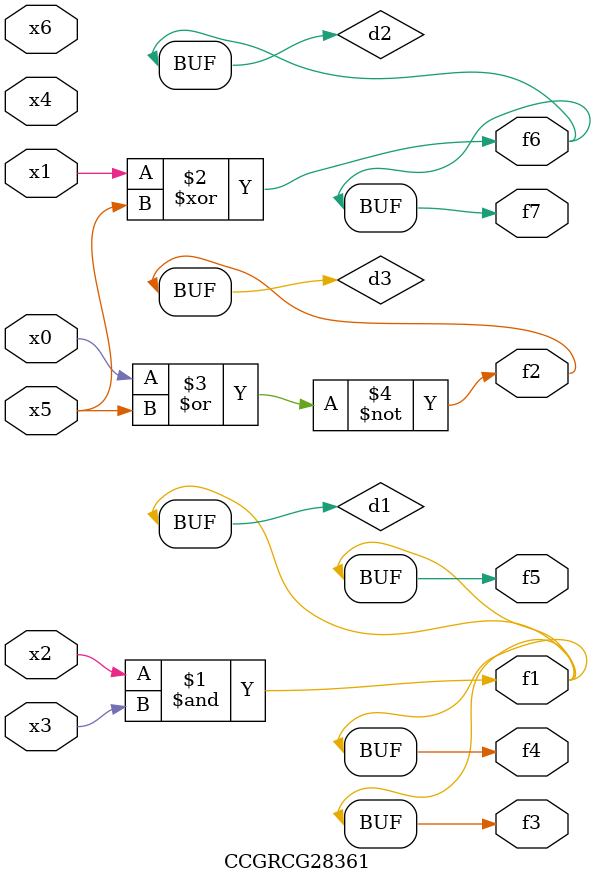
<source format=v>
module CCGRCG28361(
	input x0, x1, x2, x3, x4, x5, x6,
	output f1, f2, f3, f4, f5, f6, f7
);

	wire d1, d2, d3;

	and (d1, x2, x3);
	xor (d2, x1, x5);
	nor (d3, x0, x5);
	assign f1 = d1;
	assign f2 = d3;
	assign f3 = d1;
	assign f4 = d1;
	assign f5 = d1;
	assign f6 = d2;
	assign f7 = d2;
endmodule

</source>
